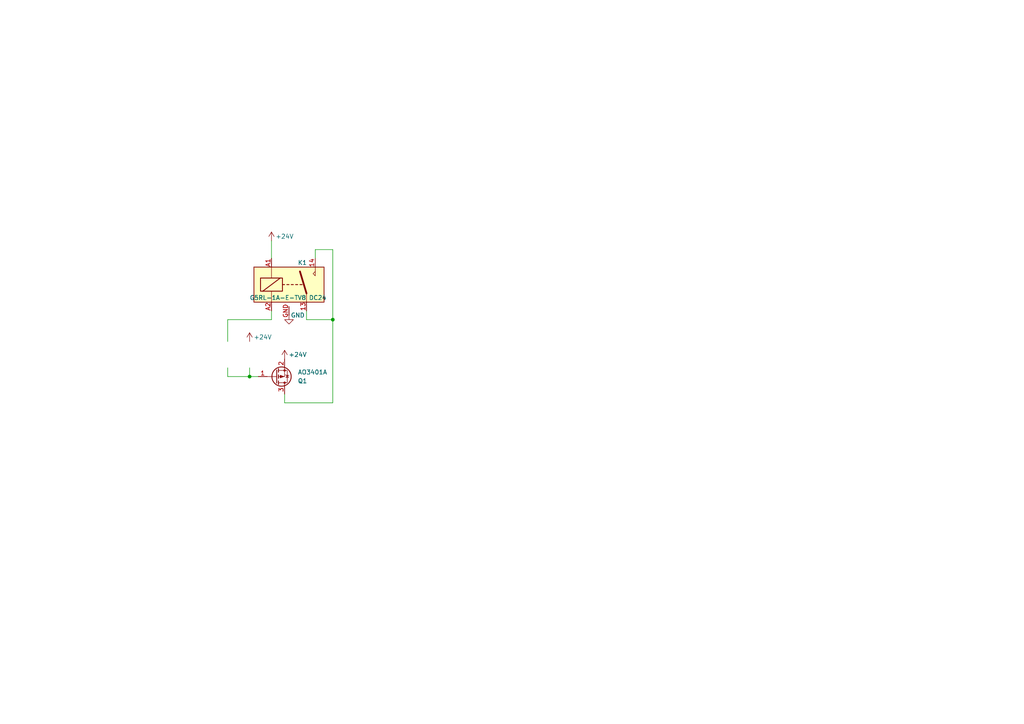
<source format=kicad_sch>
(kicad_sch (version 20230121) (generator eeschema)
  (paper "A4")
  (lib_symbols
    (symbol "MeineBib:Relay_SPST-NO_GndMod"
      (property "Reference" "K" (at 11.43 3.81 0))
      (property "Value" "Relay_SPST-NO_GndMod" (at 11.43 1.27 0))
      (symbol "Relay_SPST-NO_GndMod_0_0"
        (polyline (pts (xy 7.62 5.08) (xy 7.62 2.54) (xy 6.985 3.175) (xy 7.62 3.81)))
      )
      (symbol "Relay_SPST-NO_GndMod_0_1"
        (rectangle (start -10.16 5.08) (end 10.16 -5.08) (stroke (width 0.254)) (fill (type background)))
        (rectangle (start -8.255 1.905) (end -1.905 -1.905) (stroke (width 0.254)))
        (polyline (pts (xy -7.62 -1.905) (xy -2.54 1.905)) (stroke (width 0.254)))
        (polyline (pts (xy -5.08 -5.08) (xy -5.08 -1.905)))
        (polyline (pts (xy -5.08 5.08) (xy -5.08 1.905)))
        (polyline (pts (xy -1.905 0) (xy -1.27 0)) (stroke (width 0.254)))
        (polyline (pts (xy -0.635 0) (xy 0 0)) (stroke (width 0.254)))
        (polyline (pts (xy 0.635 0) (xy 1.27 0)) (stroke (width 0.254)))
        (polyline (pts (xy 1.905 0) (xy 2.54 0)) (stroke (width 0.254)))
        (polyline (pts (xy 3.175 0) (xy 3.81 0)) (stroke (width 0.254)))
        (polyline (pts (xy 5.08 -2.54) (xy 3.175 3.81)) (stroke (width 0.508)))
        (polyline (pts (xy 5.08 -2.54) (xy 5.08 -5.08)))
      )
      (symbol "Relay_SPST-NO_GndMod_1_1"
        (pin passive line (at 5.08 -7.62 90) (length 2.54) (name "~") (number "13"))
        (pin passive line (at 7.62 7.62 270) (length 2.54) (name "~") (number "14"))
        (pin passive line (at -5.08 7.62 270) (length 2.54) (name "~") (number "A1"))
        (pin passive line (at -5.08 -7.62 90) (length 2.54) (name "~") (number "A2"))
        (pin passive line (at 0 -8.89 90) (length 2.54) (name "~") (number "GND"))
      )
    )
    (symbol "Transistor_FET:AO3401A" (pin_names hide)
      (property "Reference" "Q" (at 5.08 1.905 0))
      (property "Value" "AO3401A" (at 5.08 0 0))
      (symbol "AO3401A_0_1"
        (polyline (pts (xy 0.254 0) (xy -2.54 0)))
        (polyline (pts (xy 0.254 1.905) (xy 0.254 -1.905)) (stroke (width 0.254)))
        (polyline (pts (xy 0.762 -1.27) (xy 0.762 -2.286)) (stroke (width 0.254)))
        (polyline (pts (xy 0.762 0.508) (xy 0.762 -0.508)) (stroke (width 0.254)))
        (polyline (pts (xy 0.762 2.286) (xy 0.762 1.27)) (stroke (width 0.254)))
        (polyline (pts (xy 2.54 2.54) (xy 2.54 1.778)))
        (polyline (pts (xy 2.54 -2.54) (xy 2.54 0) (xy 0.762 0)))
        (polyline (pts (xy 0.762 1.778) (xy 3.302 1.778) (xy 3.302 -1.778) (xy 0.762 -1.778)))
        (polyline (pts (xy 2.286 0) (xy 1.27 0.381) (xy 1.27 -0.381) (xy 2.286 0)) (fill (type outline)))
        (polyline (pts (xy 2.794 -0.508) (xy 2.921 -0.381) (xy 3.683 -0.381) (xy 3.81 -0.254)))
        (polyline (pts (xy 3.302 -0.381) (xy 2.921 0.254) (xy 3.683 0.254) (xy 3.302 -0.381)))
        (circle (center 1.651 0) (radius 2.794) (stroke (width 0.254)))
        (circle (center 2.54 -1.778) (radius 0.254) (fill (type outline)))
        (circle (center 2.54 1.778) (radius 0.254) (fill (type outline)))
      )
      (symbol "AO3401A_1_1"
        (pin input line (at -5.08 0 0) (length 2.54) (name "G") (number "1"))
        (pin passive line (at 2.54 -5.08 90) (length 2.54) (name "S") (number "2"))
        (pin passive line (at 2.54 5.08 270) (length 2.54) (name "D") (number "3"))
      )
    )
    (symbol "power:+24V" (power) (pin_names (offset 0))
      (property "Value" "+24V" (at 0 3.556 0))
      (symbol "+24V_0_1"
        (polyline (pts (xy -0.762 1.27) (xy 0 2.54)))
        (polyline (pts (xy 0 0) (xy 0 2.54)))
        (polyline (pts (xy 0 2.54) (xy 0.762 1.27)))
      )
      (symbol "+24V_1_1"
        (pin power_in line (at 0 0 90) (length 0) hide (name "+24V") (number "1"))
      )
    )
    (symbol "power:GND" (power) (pin_names (offset 0))
      (property "Value" "GND" (at 0 -3.81 0))
      (symbol "GND_0_1"
        (polyline (pts (xy 0 0) (xy 0 -1.27) (xy 1.27 -1.27) (xy 0 -2.54) (xy -1.27 -1.27) (xy 0 -1.27)))
      )
      (symbol "GND_1_1"
        (pin power_in line (at 0 0 270) (length 0) hide (name "GND") (number "1"))
      )
    )
  )
  (junction (at 96.52 92.71))
  (junction (at 72.39 109.22))
  (wire (pts (xy 96.52 116.84) (xy 96.52 92.71)))
  (wire (pts (xy 91.44 72.39) (xy 91.44 74.93)))
  (wire (pts (xy 66.04 109.22) (xy 66.04 106.68)))
  (wire (pts (xy 96.52 92.71) (xy 96.52 72.39)))
  (wire (pts (xy 82.55 116.84) (xy 96.52 116.84)))
  (wire (pts (xy 72.39 106.68) (xy 72.39 109.22)))
  (wire (pts (xy 78.74 69.85) (xy 78.74 74.93)))
  (wire (pts (xy 72.39 109.22) (xy 74.93 109.22)))
  (wire (pts (xy 82.55 114.3) (xy 82.55 116.84)))
  (wire (pts (xy 78.74 92.71) (xy 66.04 92.71)))
  (wire (pts (xy 66.04 92.71) (xy 66.04 99.06)))
  (wire (pts (xy 72.39 109.22) (xy 66.04 109.22)))
  (wire (pts (xy 88.9 92.71) (xy 96.52 92.71)))
  (wire (pts (xy 88.9 90.17) (xy 88.9 92.71)))
  (wire (pts (xy 78.74 92.71) (xy 78.74 90.17)))
  (wire (pts (xy 96.52 72.39) (xy 91.44 72.39)))
  (symbol (lib_id "power:+24V") (at 78.74 69.85 0) (unit 1)
    (property "Reference" "#PWR01" (effects hide))
    (property "Value" "+24V" (at 82.55 68.58 0))
  )
  (symbol (lib_id "power:+24V") (at 82.55 104.14 0) (unit 1)
    (property "Reference" "#PWR03" (effects hide))
    (property "Value" "+24V" (at 86.36 102.87 0))
  )
  (symbol (lib_id "Transistor_FET:AO3401A") (at 80.01 109.22 0) (mirror x) (unit 1)
    (property "Reference" "Q1" (at 86.36 110.49 0) (effects (justify left)))
    (property "Value" "AO3401A" (at 86.36 107.95 0) (effects (justify left)))
    (property "Footprint" "Package_TO_SOT_SMD:SOT-23-3" (effects hide))
    (property "Datasheet" "https://datasheet.lcsc.com/lcsc/1810171817_Alpha---Omega-Semicon-AO3401A_C15127.pdf" (effects hide))
    (property "LCSC" "C15127" (effects hide))
  )
  (symbol (lib_id "power:+24V") (at 72.39 99.06 0) (unit 1)
    (property "Reference" "#PWR04" (effects hide))
    (property "Value" "+24V" (at 76.2 97.79 0))
  )
  (symbol (lib_id "MeineBib:Relay_SPST-NO_GndMod") (at 83.82 82.55 0) (unit 1) (in_bom no)
    (property "Reference" "K1" (at 86.36 76.2 0) (effects (justify left)))
    (property "Value" "G5RL-1A-E-TV8 DC24 " (at 72.39 86.36 0) (effects (justify left)))
    (property "Footprint" "MeineBib:Relay_SPST_Omron_G2RL-1A-E_GroundMod" (effects hide))
    (property "LCSC" "C2896748" (effects hide))
  )
  (symbol (lib_id "power:GND") (at 83.82 91.44 0) (unit 1)
    (property "Reference" "#PWR02" (effects hide))
    (property "Value" "GND" (at 86.36 91.44 0))
  )
)
</source>
